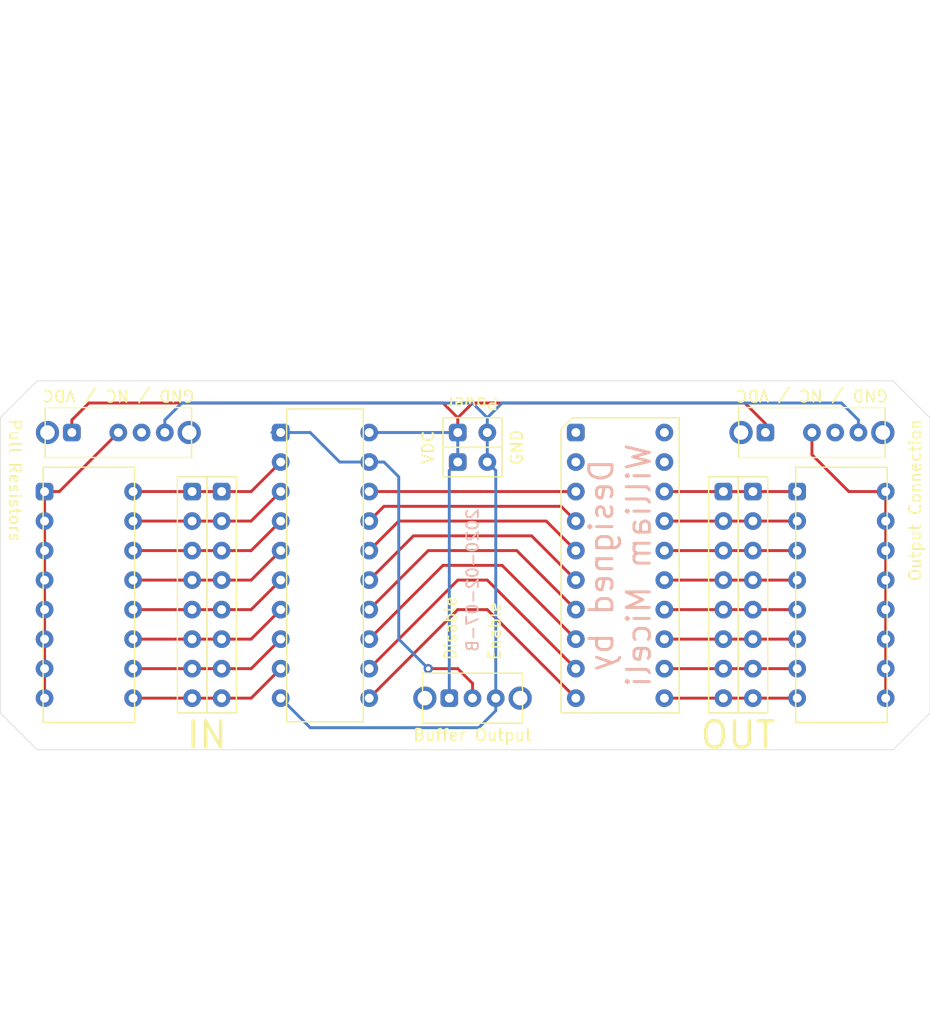
<source format=kicad_pcb>
(kicad_pcb (version 20171130) (host pcbnew "(5.1.5)-3")

  (general
    (thickness 1.6)
    (drawings 26)
    (tracks 152)
    (zones 0)
    (modules 13)
    (nets 36)
  )

  (page A4)
  (layers
    (0 F.Cu signal)
    (31 B.Cu signal)
    (33 F.Adhes user)
    (35 F.Paste user)
    (36 B.SilkS user)
    (37 F.SilkS user)
    (38 B.Mask user)
    (39 F.Mask user)
    (40 Dwgs.User user)
    (41 Cmts.User user)
    (42 Eco1.User user)
    (43 Eco2.User user)
    (44 Edge.Cuts user)
    (45 Margin user)
    (46 B.CrtYd user)
    (47 F.CrtYd user)
    (49 F.Fab user)
  )

  (setup
    (last_trace_width 0.25)
    (trace_clearance 0.2)
    (zone_clearance 0.508)
    (zone_45_only no)
    (trace_min 0.2)
    (via_size 0.8)
    (via_drill 0.4)
    (via_min_size 0.4)
    (via_min_drill 0.3)
    (uvia_size 0.3)
    (uvia_drill 0.1)
    (uvias_allowed no)
    (uvia_min_size 0.2)
    (uvia_min_drill 0.1)
    (edge_width 0.05)
    (segment_width 0.2)
    (pcb_text_width 0.3)
    (pcb_text_size 1.5 1.5)
    (mod_edge_width 0.12)
    (mod_text_size 1 1)
    (mod_text_width 0.15)
    (pad_size 1.524 1.524)
    (pad_drill 0.762)
    (pad_to_mask_clearance 0.051)
    (solder_mask_min_width 0.25)
    (aux_axis_origin 0 0)
    (visible_elements 7FFFFFFF)
    (pcbplotparams
      (layerselection 0x010f8_ffffffff)
      (usegerberextensions false)
      (usegerberattributes false)
      (usegerberadvancedattributes false)
      (creategerberjobfile false)
      (excludeedgelayer true)
      (linewidth 0.100000)
      (plotframeref false)
      (viasonmask false)
      (mode 1)
      (useauxorigin false)
      (hpglpennumber 1)
      (hpglpenspeed 20)
      (hpglpendiameter 15.000000)
      (psnegative false)
      (psa4output false)
      (plotreference true)
      (plotvalue true)
      (plotinvisibletext false)
      (padsonsilk false)
      (subtractmaskfromsilk false)
      (outputformat 1)
      (mirror false)
      (drillshape 0)
      (scaleselection 1)
      (outputdirectory "Gerber & Drill/"))
  )

  (net 0 "")
  (net 1 "Net-(U1-Pad1)")
  (net 2 "Net-(U1-Pad2)")
  (net 3 "Net-(U1-Pad5)")
  (net 4 "Net-(U1-Pad3)")
  (net 5 "Net-(U1-Pad6)")
  (net 6 "Net-(U1-Pad8)")
  (net 7 "Net-(U1-Pad4)")
  (net 8 "Net-(U1-Pad7)")
  (net 9 GND)
  (net 10 "Net-(U4-Pad18)")
  (net 11 "Net-(U4-Pad17)")
  (net 12 "Net-(U4-Pad16)")
  (net 13 "Net-(U4-Pad15)")
  (net 14 "Net-(U4-Pad14)")
  (net 15 "Net-(U4-Pad13)")
  (net 16 "Net-(U4-Pad12)")
  (net 17 "Net-(U4-Pad11)")
  (net 18 VDC)
  (net 19 "Net-(U6-Pad20)")
  (net 20 "Net-(U6-Pad19)")
  (net 21 "Net-(U6-Pad2)")
  (net 22 "Net-(U6-Pad1)")
  (net 23 "Net-(U10-Pad2)")
  (net 24 "Net-(U13-Pad3)")
  (net 25 "Net-(U3-Pad2)")
  (net 26 "Net-(U11-Pad1)")
  (net 27 "Net-(U11-Pad2)")
  (net 28 "Net-(U11-Pad3)")
  (net 29 "Net-(U11-Pad4)")
  (net 30 "Net-(U11-Pad5)")
  (net 31 "Net-(U11-Pad6)")
  (net 32 "Net-(U11-Pad7)")
  (net 33 "Net-(U11-Pad8)")
  (net 34 "Net-(U10-Pad3)")
  (net 35 "Net-(U12-Pad1)")

  (net_class Default "This is the default net class."
    (clearance 0.2)
    (trace_width 0.25)
    (via_dia 0.8)
    (via_drill 0.4)
    (uvia_dia 0.3)
    (uvia_drill 0.1)
    (add_net GND)
    (add_net "Net-(U1-Pad1)")
    (add_net "Net-(U1-Pad2)")
    (add_net "Net-(U1-Pad3)")
    (add_net "Net-(U1-Pad4)")
    (add_net "Net-(U1-Pad5)")
    (add_net "Net-(U1-Pad6)")
    (add_net "Net-(U1-Pad7)")
    (add_net "Net-(U1-Pad8)")
    (add_net "Net-(U10-Pad2)")
    (add_net "Net-(U10-Pad3)")
    (add_net "Net-(U11-Pad1)")
    (add_net "Net-(U11-Pad2)")
    (add_net "Net-(U11-Pad3)")
    (add_net "Net-(U11-Pad4)")
    (add_net "Net-(U11-Pad5)")
    (add_net "Net-(U11-Pad6)")
    (add_net "Net-(U11-Pad7)")
    (add_net "Net-(U11-Pad8)")
    (add_net "Net-(U12-Pad1)")
    (add_net "Net-(U13-Pad3)")
    (add_net "Net-(U3-Pad2)")
    (add_net "Net-(U4-Pad11)")
    (add_net "Net-(U4-Pad12)")
    (add_net "Net-(U4-Pad13)")
    (add_net "Net-(U4-Pad14)")
    (add_net "Net-(U4-Pad15)")
    (add_net "Net-(U4-Pad16)")
    (add_net "Net-(U4-Pad17)")
    (add_net "Net-(U4-Pad18)")
    (add_net "Net-(U6-Pad1)")
    (add_net "Net-(U6-Pad19)")
    (add_net "Net-(U6-Pad2)")
    (add_net "Net-(U6-Pad20)")
    (add_net VDC)
  )

  (module !Master:SS-13D16-VG_C&K (layer F.Cu) (tedit 5E2E44ED) (tstamp 5E3D2B33)
    (at 191.77 52.07)
    (descr "Slide Switch SP3T Through Hole")
    (path /5E3F1BC7)
    (fp_text reference U10 (at 0 2.54) (layer F.SilkS) hide
      (effects (font (size 1 1) (thickness 0.15)))
    )
    (fp_text value SS-13D16-VG_C&K (at 0 -16.51 90) (layer F.Fab)
      (effects (font (size 1 1) (thickness 0.15)))
    )
    (fp_line (start 6.3 -2.15) (end 6.3 2.15) (layer F.SilkS) (width 0.12))
    (fp_line (start -6.3 -2.15) (end -6.3 2.15) (layer F.SilkS) (width 0.12))
    (fp_line (start -6.3 2.15) (end 6.3 2.15) (layer F.SilkS) (width 0.12))
    (fp_line (start -6.3 -2.15) (end 6.3 -2.15) (layer F.SilkS) (width 0.12))
    (pad "" thru_hole circle (at 6.1 0) (size 2 2) (drill 1.25) (layers *.Cu *.Mask))
    (pad "" thru_hole circle (at -6.1 0) (size 2 2) (drill 1.25) (layers *.Cu *.Mask))
    (pad 4 thru_hole circle (at 4 0) (size 1.524 1.524) (drill 0.762) (layers *.Cu *.Mask)
      (net 9 GND))
    (pad 3 thru_hole circle (at 2 0) (size 1.524 1.524) (drill 0.762) (layers *.Cu *.Mask)
      (net 34 "Net-(U10-Pad3)"))
    (pad 2 thru_hole circle (at 0 0) (size 1.524 1.524) (drill 0.762) (layers *.Cu *.Mask)
      (net 23 "Net-(U10-Pad2)"))
    (pad 1 thru_hole roundrect (at -4 0) (size 1.524 1.524) (drill 0.762) (layers *.Cu *.Mask) (roundrect_rratio 0.25)
      (net 18 VDC))
  )

  (module !Master:DC10EWA_Kingbright (layer F.Cu) (tedit 5E2E4F39) (tstamp 5E3D2AFC)
    (at 175.26 63.5 270)
    (descr "LED Circuit Board Indicator Bar - 10 Wide, DIP Red (x 10) Diffused, White 2V 30mA  Through Hole")
    (path /5E2F2235)
    (fp_text reference U6 (at 0 1.27 270) (layer F.SilkS) hide
      (effects (font (size 1 1) (thickness 0.15)))
    )
    (fp_text value DC10EWA_Kingbright (at 0 0 90) (layer F.Fab)
      (effects (font (size 1 1) (thickness 0.15)))
    )
    (fp_line (start -12.7 4.08) (end -11.7 5.08) (layer F.SilkS) (width 0.12))
    (fp_line (start -12.7 4.08) (end -12.7 -5.08) (layer F.SilkS) (width 0.12))
    (fp_line (start 12.7 -5.08) (end -12.7 -5.08) (layer F.SilkS) (width 0.12))
    (fp_line (start 12.7 5.08) (end 12.7 -5.08) (layer F.SilkS) (width 0.12))
    (fp_line (start -11.7 5.08) (end 12.7 5.08) (layer F.SilkS) (width 0.12))
    (pad 20 thru_hole circle (at -11.43 -3.81 270) (size 1.524 1.524) (drill 0.762) (layers *.Cu *.Mask)
      (net 19 "Net-(U6-Pad20)"))
    (pad 19 thru_hole circle (at -8.89 -3.81 270) (size 1.524 1.524) (drill 0.762) (layers *.Cu *.Mask)
      (net 20 "Net-(U6-Pad19)"))
    (pad 18 thru_hole circle (at -6.35 -3.81 270) (size 1.524 1.524) (drill 0.762) (layers *.Cu *.Mask)
      (net 26 "Net-(U11-Pad1)"))
    (pad 17 thru_hole circle (at -3.81 -3.81 270) (size 1.524 1.524) (drill 0.762) (layers *.Cu *.Mask)
      (net 27 "Net-(U11-Pad2)"))
    (pad 16 thru_hole circle (at -1.27 -3.81 270) (size 1.524 1.524) (drill 0.762) (layers *.Cu *.Mask)
      (net 28 "Net-(U11-Pad3)"))
    (pad 15 thru_hole circle (at 1.27 -3.81 270) (size 1.524 1.524) (drill 0.762) (layers *.Cu *.Mask)
      (net 29 "Net-(U11-Pad4)"))
    (pad 14 thru_hole circle (at 3.81 -3.81 270) (size 1.524 1.524) (drill 0.762) (layers *.Cu *.Mask)
      (net 30 "Net-(U11-Pad5)"))
    (pad 13 thru_hole circle (at 6.35 -3.81 270) (size 1.524 1.524) (drill 0.762) (layers *.Cu *.Mask)
      (net 31 "Net-(U11-Pad6)"))
    (pad 12 thru_hole circle (at 8.89 -3.81 270) (size 1.524 1.524) (drill 0.762) (layers *.Cu *.Mask)
      (net 32 "Net-(U11-Pad7)"))
    (pad 11 thru_hole circle (at 11.43 -3.81 270) (size 1.524 1.524) (drill 0.762) (layers *.Cu *.Mask)
      (net 33 "Net-(U11-Pad8)"))
    (pad 10 thru_hole circle (at 11.43 3.81 270) (size 1.524 1.524) (drill 0.762) (layers *.Cu *.Mask)
      (net 17 "Net-(U4-Pad11)"))
    (pad 9 thru_hole circle (at 8.89 3.81 270) (size 1.524 1.524) (drill 0.762) (layers *.Cu *.Mask)
      (net 16 "Net-(U4-Pad12)"))
    (pad 8 thru_hole circle (at 6.35 3.81 270) (size 1.524 1.524) (drill 0.762) (layers *.Cu *.Mask)
      (net 15 "Net-(U4-Pad13)"))
    (pad 7 thru_hole circle (at 3.81 3.81 270) (size 1.524 1.524) (drill 0.762) (layers *.Cu *.Mask)
      (net 14 "Net-(U4-Pad14)"))
    (pad 6 thru_hole circle (at 1.27 3.81 270) (size 1.524 1.524) (drill 0.762) (layers *.Cu *.Mask)
      (net 13 "Net-(U4-Pad15)"))
    (pad 5 thru_hole circle (at -1.27 3.81 270) (size 1.524 1.524) (drill 0.762) (layers *.Cu *.Mask)
      (net 12 "Net-(U4-Pad16)"))
    (pad 4 thru_hole circle (at -3.81 3.81 270) (size 1.524 1.524) (drill 0.762) (layers *.Cu *.Mask)
      (net 11 "Net-(U4-Pad17)"))
    (pad 3 thru_hole circle (at -6.35 3.81 270) (size 1.524 1.524) (drill 0.762) (layers *.Cu *.Mask)
      (net 10 "Net-(U4-Pad18)"))
    (pad 2 thru_hole circle (at -8.89 3.81 270) (size 1.524 1.524) (drill 0.762) (layers *.Cu *.Mask)
      (net 21 "Net-(U6-Pad2)"))
    (pad 1 thru_hole roundrect (at -11.43 3.81 270) (size 1.524 1.524) (drill 0.762) (layers *.Cu *.Mask) (roundrect_rratio 0.25)
      (net 22 "Net-(U6-Pad1)"))
  )

  (module !Master:SS-13D16-VG_C&K (layer F.Cu) (tedit 5E2E44ED) (tstamp 5E3D2B71)
    (at 132.08 52.07)
    (descr "Slide Switch SP3T Through Hole")
    (path /5E307D84)
    (fp_text reference U13 (at 0 2.54) (layer F.SilkS) hide
      (effects (font (size 1 1) (thickness 0.15)))
    )
    (fp_text value SS-13D16-VG_C&K (at 0 -15.24 270) (layer F.Fab)
      (effects (font (size 1 1) (thickness 0.15)))
    )
    (fp_line (start 6.3 -2.15) (end 6.3 2.15) (layer F.SilkS) (width 0.12))
    (fp_line (start -6.3 -2.15) (end -6.3 2.15) (layer F.SilkS) (width 0.12))
    (fp_line (start -6.3 2.15) (end 6.3 2.15) (layer F.SilkS) (width 0.12))
    (fp_line (start -6.3 -2.15) (end 6.3 -2.15) (layer F.SilkS) (width 0.12))
    (pad "" thru_hole circle (at 6.1 0) (size 2 2) (drill 1.25) (layers *.Cu *.Mask))
    (pad "" thru_hole circle (at -6.1 0) (size 2 2) (drill 1.25) (layers *.Cu *.Mask))
    (pad 4 thru_hole circle (at 4 0) (size 1.524 1.524) (drill 0.762) (layers *.Cu *.Mask)
      (net 9 GND))
    (pad 3 thru_hole circle (at 2 0) (size 1.524 1.524) (drill 0.762) (layers *.Cu *.Mask)
      (net 24 "Net-(U13-Pad3)"))
    (pad 2 thru_hole circle (at 0 0) (size 1.524 1.524) (drill 0.762) (layers *.Cu *.Mask)
      (net 35 "Net-(U12-Pad1)"))
    (pad 1 thru_hole roundrect (at -4 0) (size 1.524 1.524) (drill 0.762) (layers *.Cu *.Mask) (roundrect_rratio 0.25)
      (net 18 VDC))
  )

  (module !Master:4116R-1-105LF_Bourns (layer F.Cu) (tedit 5E2E423A) (tstamp 5E3D2B63)
    (at 129.54 66.04)
    (descr "1M Ohm ±2% 250mW Power Per Element Isolated  Resistor Network/Array ±100ppm/°C 16-DIP (0.300\", 7.62mm)")
    (path /5E301913)
    (fp_text reference U12 (at 1.27 0 270) (layer F.SilkS) hide
      (effects (font (size 1 1) (thickness 0.15)))
    )
    (fp_text value 4116R-1-105LF_Bourns (at 0 0 90) (layer F.Fab)
      (effects (font (size 1 1) (thickness 0.15)))
    )
    (fp_line (start 3.935 -10.985) (end 3.935 10.985) (layer F.SilkS) (width 0.12))
    (fp_line (start -3.935 -10.985) (end -3.935 10.985) (layer F.SilkS) (width 0.12))
    (fp_line (start -3.935 10.985) (end 3.935 10.985) (layer F.SilkS) (width 0.12))
    (fp_line (start -3.935 -10.985) (end 3.935 -10.985) (layer F.SilkS) (width 0.12))
    (pad 16 thru_hole circle (at 3.81 -8.89) (size 1.524 1.524) (drill 0.762) (layers *.Cu *.Mask)
      (net 1 "Net-(U1-Pad1)"))
    (pad 15 thru_hole circle (at 3.81 -6.35) (size 1.524 1.524) (drill 0.762) (layers *.Cu *.Mask)
      (net 2 "Net-(U1-Pad2)"))
    (pad 14 thru_hole circle (at 3.81 -3.81) (size 1.524 1.524) (drill 0.762) (layers *.Cu *.Mask)
      (net 4 "Net-(U1-Pad3)"))
    (pad 13 thru_hole circle (at 3.81 -1.27) (size 1.524 1.524) (drill 0.762) (layers *.Cu *.Mask)
      (net 7 "Net-(U1-Pad4)"))
    (pad 12 thru_hole circle (at 3.81 1.27) (size 1.524 1.524) (drill 0.762) (layers *.Cu *.Mask)
      (net 3 "Net-(U1-Pad5)"))
    (pad 11 thru_hole circle (at 3.81 3.81) (size 1.524 1.524) (drill 0.762) (layers *.Cu *.Mask)
      (net 5 "Net-(U1-Pad6)"))
    (pad 10 thru_hole circle (at 3.81 6.35) (size 1.524 1.524) (drill 0.762) (layers *.Cu *.Mask)
      (net 8 "Net-(U1-Pad7)"))
    (pad 9 thru_hole circle (at 3.81 8.89) (size 1.524 1.524) (drill 0.762) (layers *.Cu *.Mask)
      (net 6 "Net-(U1-Pad8)"))
    (pad 8 thru_hole circle (at -3.81 8.89) (size 1.524 1.524) (drill 0.762) (layers *.Cu *.Mask)
      (net 35 "Net-(U12-Pad1)"))
    (pad 7 thru_hole circle (at -3.81 6.35) (size 1.524 1.524) (drill 0.762) (layers *.Cu *.Mask)
      (net 35 "Net-(U12-Pad1)"))
    (pad 6 thru_hole circle (at -3.81 3.81) (size 1.524 1.524) (drill 0.762) (layers *.Cu *.Mask)
      (net 35 "Net-(U12-Pad1)"))
    (pad 5 thru_hole circle (at -3.81 1.27) (size 1.524 1.524) (drill 0.762) (layers *.Cu *.Mask)
      (net 35 "Net-(U12-Pad1)"))
    (pad 4 thru_hole circle (at -3.81 -1.27) (size 1.524 1.524) (drill 0.762) (layers *.Cu *.Mask)
      (net 35 "Net-(U12-Pad1)"))
    (pad 3 thru_hole circle (at -3.81 -3.81) (size 1.524 1.524) (drill 0.762) (layers *.Cu *.Mask)
      (net 35 "Net-(U12-Pad1)"))
    (pad 2 thru_hole circle (at -3.81 -6.35) (size 1.524 1.524) (drill 0.762) (layers *.Cu *.Mask)
      (net 35 "Net-(U12-Pad1)"))
    (pad 1 thru_hole roundrect (at -3.81 -8.89) (size 1.524 1.524) (drill 0.762) (layers *.Cu *.Mask) (roundrect_rratio 0.25)
      (net 35 "Net-(U12-Pad1)"))
  )

  (module !Master:4116R-1-102LF_Bourns (layer F.Cu) (tedit 5E2E4249) (tstamp 5E3D2B4B)
    (at 194.31 66.04)
    (descr "1k Ohm ±2% 250mW Power Per Element Isolated  Resistor Network/Array ±100ppm/°C 16-DIP (0.300\", 7.62mm)")
    (path /5E451612)
    (fp_text reference U11 (at -1.27 0 270) (layer F.SilkS) hide
      (effects (font (size 1 1) (thickness 0.15)))
    )
    (fp_text value 4116R-1-102LF_Bourns (at 0 0 90) (layer F.Fab)
      (effects (font (size 1 1) (thickness 0.15)))
    )
    (fp_line (start 3.935 -10.985) (end 3.935 10.985) (layer F.SilkS) (width 0.12))
    (fp_line (start -3.935 -10.985) (end -3.935 10.985) (layer F.SilkS) (width 0.12))
    (fp_line (start -3.935 10.985) (end 3.935 10.985) (layer F.SilkS) (width 0.12))
    (fp_line (start -3.935 -10.985) (end 3.935 -10.985) (layer F.SilkS) (width 0.12))
    (pad 16 thru_hole circle (at 3.81 -8.89) (size 1.524 1.524) (drill 0.762) (layers *.Cu *.Mask)
      (net 23 "Net-(U10-Pad2)"))
    (pad 15 thru_hole circle (at 3.81 -6.35) (size 1.524 1.524) (drill 0.762) (layers *.Cu *.Mask)
      (net 23 "Net-(U10-Pad2)"))
    (pad 14 thru_hole circle (at 3.81 -3.81) (size 1.524 1.524) (drill 0.762) (layers *.Cu *.Mask)
      (net 23 "Net-(U10-Pad2)"))
    (pad 13 thru_hole circle (at 3.81 -1.27) (size 1.524 1.524) (drill 0.762) (layers *.Cu *.Mask)
      (net 23 "Net-(U10-Pad2)"))
    (pad 12 thru_hole circle (at 3.81 1.27) (size 1.524 1.524) (drill 0.762) (layers *.Cu *.Mask)
      (net 23 "Net-(U10-Pad2)"))
    (pad 11 thru_hole circle (at 3.81 3.81) (size 1.524 1.524) (drill 0.762) (layers *.Cu *.Mask)
      (net 23 "Net-(U10-Pad2)"))
    (pad 10 thru_hole circle (at 3.81 6.35) (size 1.524 1.524) (drill 0.762) (layers *.Cu *.Mask)
      (net 23 "Net-(U10-Pad2)"))
    (pad 9 thru_hole circle (at 3.81 8.89) (size 1.524 1.524) (drill 0.762) (layers *.Cu *.Mask)
      (net 23 "Net-(U10-Pad2)"))
    (pad 8 thru_hole circle (at -3.81 8.89) (size 1.524 1.524) (drill 0.762) (layers *.Cu *.Mask)
      (net 33 "Net-(U11-Pad8)"))
    (pad 7 thru_hole circle (at -3.81 6.35) (size 1.524 1.524) (drill 0.762) (layers *.Cu *.Mask)
      (net 32 "Net-(U11-Pad7)"))
    (pad 6 thru_hole circle (at -3.81 3.81) (size 1.524 1.524) (drill 0.762) (layers *.Cu *.Mask)
      (net 31 "Net-(U11-Pad6)"))
    (pad 5 thru_hole circle (at -3.81 1.27) (size 1.524 1.524) (drill 0.762) (layers *.Cu *.Mask)
      (net 30 "Net-(U11-Pad5)"))
    (pad 4 thru_hole circle (at -3.81 -1.27) (size 1.524 1.524) (drill 0.762) (layers *.Cu *.Mask)
      (net 29 "Net-(U11-Pad4)"))
    (pad 3 thru_hole circle (at -3.81 -3.81) (size 1.524 1.524) (drill 0.762) (layers *.Cu *.Mask)
      (net 28 "Net-(U11-Pad3)"))
    (pad 2 thru_hole circle (at -3.81 -6.35) (size 1.524 1.524) (drill 0.762) (layers *.Cu *.Mask)
      (net 27 "Net-(U11-Pad2)"))
    (pad 1 thru_hole roundrect (at -3.81 -8.89) (size 1.524 1.524) (drill 0.762) (layers *.Cu *.Mask) (roundrect_rratio 0.25)
      (net 26 "Net-(U11-Pad1)"))
  )

  (module *Generic:8-PositionFemale_RectangularHeader (layer F.Cu) (tedit 5E3CD19F) (tstamp 5E3D2B26)
    (at 186.69 66.04)
    (path /5E48AF61)
    (fp_text reference U9 (at 0 -11.43) (layer F.SilkS) hide
      (effects (font (size 1 1) (thickness 0.15)))
    )
    (fp_text value 8-PositionFemale_RectangularHeader (at 0 -36.83 90) (layer F.Fab)
      (effects (font (size 1 1) (thickness 0.15)))
    )
    (fp_line (start -1.27 -10.16) (end -1.27 10.16) (layer F.SilkS) (width 0.12))
    (fp_line (start -1.27 10.16) (end 1.27 10.16) (layer F.SilkS) (width 0.12))
    (fp_line (start 1.27 10.16) (end 1.27 -10.16) (layer F.SilkS) (width 0.12))
    (fp_line (start 1.27 -10.16) (end -1.27 -10.16) (layer F.SilkS) (width 0.12))
    (pad 1 thru_hole roundrect (at 0 -8.89) (size 1.524 1.524) (drill 0.762) (layers *.Cu *.Mask) (roundrect_rratio 0.25)
      (net 26 "Net-(U11-Pad1)"))
    (pad 2 thru_hole circle (at 0 -6.35) (size 1.524 1.524) (drill 0.762) (layers *.Cu *.Mask)
      (net 27 "Net-(U11-Pad2)"))
    (pad 5 thru_hole circle (at 0 1.27) (size 1.524 1.524) (drill 0.762) (layers *.Cu *.Mask)
      (net 30 "Net-(U11-Pad5)"))
    (pad 3 thru_hole circle (at 0 -3.81) (size 1.524 1.524) (drill 0.762) (layers *.Cu *.Mask)
      (net 28 "Net-(U11-Pad3)"))
    (pad 6 thru_hole circle (at 0 3.81) (size 1.524 1.524) (drill 0.762) (layers *.Cu *.Mask)
      (net 31 "Net-(U11-Pad6)"))
    (pad 8 thru_hole circle (at 0 8.89) (size 1.524 1.524) (drill 0.762) (layers *.Cu *.Mask)
      (net 33 "Net-(U11-Pad8)"))
    (pad 4 thru_hole circle (at 0 -1.27) (size 1.524 1.524) (drill 0.762) (layers *.Cu *.Mask)
      (net 29 "Net-(U11-Pad4)"))
    (pad 7 thru_hole circle (at 0 6.35) (size 1.524 1.524) (drill 0.762) (layers *.Cu *.Mask)
      (net 32 "Net-(U11-Pad7)"))
  )

  (module *Generic:8-PositionMale_RectangularHeader (layer F.Cu) (tedit 5E3CD1B3) (tstamp 5E3D2B16)
    (at 184.15 66.04)
    (path /5E48A4A3)
    (fp_text reference U8 (at 0 -11.43) (layer F.SilkS) hide
      (effects (font (size 1 1) (thickness 0.15)))
    )
    (fp_text value 8-PositionMale_RectangularHeader (at 0 -35.56 90) (layer F.Fab)
      (effects (font (size 1 1) (thickness 0.15)))
    )
    (fp_line (start 1.27 -10.16) (end -1.27 -10.16) (layer F.SilkS) (width 0.12))
    (fp_line (start 1.27 10.16) (end 1.27 -10.16) (layer F.SilkS) (width 0.12))
    (fp_line (start -1.27 10.16) (end 1.27 10.16) (layer F.SilkS) (width 0.12))
    (fp_line (start -1.27 -10.16) (end -1.27 10.16) (layer F.SilkS) (width 0.12))
    (pad 8 thru_hole circle (at 0 8.89) (size 1.524 1.524) (drill 0.762) (layers *.Cu *.Mask)
      (net 33 "Net-(U11-Pad8)"))
    (pad 7 thru_hole circle (at 0 6.35) (size 1.524 1.524) (drill 0.762) (layers *.Cu *.Mask)
      (net 32 "Net-(U11-Pad7)"))
    (pad 6 thru_hole circle (at 0 3.81) (size 1.524 1.524) (drill 0.762) (layers *.Cu *.Mask)
      (net 31 "Net-(U11-Pad6)"))
    (pad 5 thru_hole circle (at 0 1.27) (size 1.524 1.524) (drill 0.762) (layers *.Cu *.Mask)
      (net 30 "Net-(U11-Pad5)"))
    (pad 4 thru_hole circle (at 0 -1.27) (size 1.524 1.524) (drill 0.762) (layers *.Cu *.Mask)
      (net 29 "Net-(U11-Pad4)"))
    (pad 3 thru_hole circle (at 0 -3.81) (size 1.524 1.524) (drill 0.762) (layers *.Cu *.Mask)
      (net 28 "Net-(U11-Pad3)"))
    (pad 2 thru_hole circle (at 0 -6.35) (size 1.524 1.524) (drill 0.762) (layers *.Cu *.Mask)
      (net 27 "Net-(U11-Pad2)"))
    (pad 1 thru_hole roundrect (at 0 -8.89) (size 1.524 1.524) (drill 0.762) (layers *.Cu *.Mask) (roundrect_rratio 0.25)
      (net 26 "Net-(U11-Pad1)"))
  )

  (module *Generic:2-PositionFemale_RectangularHeader (layer F.Cu) (tedit 5E3CD170) (tstamp 5E3D2B06)
    (at 162.56 52.07 90)
    (path /5E489277)
    (fp_text reference U7 (at 2.54 0 90) (layer F.SilkS) hide
      (effects (font (size 1 1) (thickness 0.15)))
    )
    (fp_text value 2-PositionFemale_RectangularHeader (at 12.7 0 180) (layer F.Fab)
      (effects (font (size 1 1) (thickness 0.15)))
    )
    (fp_line (start 1.27 -2.54) (end -1.27 -2.54) (layer F.SilkS) (width 0.12))
    (fp_line (start 1.27 2.54) (end 1.27 -2.54) (layer F.SilkS) (width 0.12))
    (fp_line (start -1.27 2.54) (end 1.27 2.54) (layer F.SilkS) (width 0.12))
    (fp_line (start -1.27 -2.54) (end -1.27 2.54) (layer F.SilkS) (width 0.12))
    (pad 2 thru_hole circle (at 0 1.27 90) (size 1.524 1.524) (drill 0.762) (layers *.Cu *.Mask)
      (net 9 GND))
    (pad 1 thru_hole roundrect (at 0 -1.27 90) (size 1.524 1.524) (drill 0.762) (layers *.Cu *.Mask) (roundrect_rratio 0.25)
      (net 18 VDC))
  )

  (module *Generic:2-PositionMale_RectangularHeader (layer F.Cu) (tedit 5E3CD188) (tstamp 5E3D2ADF)
    (at 162.56 54.61 90)
    (path /5E507D51)
    (fp_text reference U5 (at -2.54 0 90) (layer F.SilkS) hide
      (effects (font (size 1 1) (thickness 0.15)))
    )
    (fp_text value 2-PositionMale_RectangularHeader (at 12.7 0) (layer F.Fab)
      (effects (font (size 1 1) (thickness 0.15)))
    )
    (fp_line (start 1.27 -2.54) (end -1.27 -2.54) (layer F.SilkS) (width 0.12))
    (fp_line (start 1.27 2.54) (end 1.27 -2.54) (layer F.SilkS) (width 0.12))
    (fp_line (start -1.27 2.54) (end 1.27 2.54) (layer F.SilkS) (width 0.12))
    (fp_line (start -1.27 -2.54) (end -1.27 2.54) (layer F.SilkS) (width 0.12))
    (pad 2 thru_hole circle (at 0 1.27 90) (size 1.524 1.524) (drill 0.762) (layers *.Cu *.Mask)
      (net 9 GND))
    (pad 1 thru_hole roundrect (at 0 -1.27 90) (size 1.524 1.524) (drill 0.762) (layers *.Cu *.Mask) (roundrect_rratio 0.25)
      (net 18 VDC))
  )

  (module !Master:SN74HCT541N_TexasInstruments (layer F.Cu) (tedit 5E2E4F2E) (tstamp 5E3D2AD5)
    (at 149.86 63.5)
    (descr "Buffer, Inverting 1 Element 8 Bit per Element 3-State Output 20-PDIP")
    (path /5E2EEA39)
    (fp_text reference U4 (at -1.27 0 90) (layer F.SilkS) hide
      (effects (font (size 1 1) (thickness 0.15)))
    )
    (fp_text value SN74HCT541N_TexasInstruments (at 0 0 90) (layer F.Fab)
      (effects (font (size 1 1) (thickness 0.15)))
    )
    (fp_line (start -3.3 -13.46) (end 3.3 -13.46) (layer F.SilkS) (width 0.12))
    (fp_line (start 3.3 13.46) (end 3.3 -13.46) (layer F.SilkS) (width 0.12))
    (fp_line (start -3.3 13.46) (end 3.3 13.46) (layer F.SilkS) (width 0.12))
    (fp_line (start -3.3 13.46) (end -3.3 -13.46) (layer F.SilkS) (width 0.12))
    (pad 20 thru_hole circle (at 3.81 -11.43) (size 1.524 1.524) (drill 0.762) (layers *.Cu *.Mask)
      (net 18 VDC))
    (pad 19 thru_hole circle (at 3.81 -8.89) (size 1.524 1.524) (drill 0.762) (layers *.Cu *.Mask)
      (net 25 "Net-(U3-Pad2)"))
    (pad 18 thru_hole circle (at 3.81 -6.35) (size 1.524 1.524) (drill 0.762) (layers *.Cu *.Mask)
      (net 10 "Net-(U4-Pad18)"))
    (pad 17 thru_hole circle (at 3.81 -3.81) (size 1.524 1.524) (drill 0.762) (layers *.Cu *.Mask)
      (net 11 "Net-(U4-Pad17)"))
    (pad 9 thru_hole circle (at -3.81 8.89) (size 1.524 1.524) (drill 0.762) (layers *.Cu *.Mask)
      (net 6 "Net-(U1-Pad8)"))
    (pad 10 thru_hole circle (at -3.81 11.43) (size 1.524 1.524) (drill 0.762) (layers *.Cu *.Mask)
      (net 9 GND))
    (pad 11 thru_hole circle (at 3.81 11.43) (size 1.524 1.524) (drill 0.762) (layers *.Cu *.Mask)
      (net 17 "Net-(U4-Pad11)"))
    (pad 12 thru_hole circle (at 3.81 8.89) (size 1.524 1.524) (drill 0.762) (layers *.Cu *.Mask)
      (net 16 "Net-(U4-Pad12)"))
    (pad 13 thru_hole circle (at 3.81 6.35) (size 1.524 1.524) (drill 0.762) (layers *.Cu *.Mask)
      (net 15 "Net-(U4-Pad13)"))
    (pad 14 thru_hole circle (at 3.81 3.81) (size 1.524 1.524) (drill 0.762) (layers *.Cu *.Mask)
      (net 14 "Net-(U4-Pad14)"))
    (pad 15 thru_hole circle (at 3.81 1.27) (size 1.524 1.524) (drill 0.762) (layers *.Cu *.Mask)
      (net 13 "Net-(U4-Pad15)"))
    (pad 16 thru_hole circle (at 3.81 -1.27) (size 1.524 1.524) (drill 0.762) (layers *.Cu *.Mask)
      (net 12 "Net-(U4-Pad16)"))
    (pad 1 thru_hole roundrect (at -3.81 -11.43) (size 1.524 1.524) (drill 0.762) (layers *.Cu *.Mask) (roundrect_rratio 0.25)
      (net 25 "Net-(U3-Pad2)"))
    (pad 2 thru_hole circle (at -3.81 -8.89) (size 1.524 1.524) (drill 0.762) (layers *.Cu *.Mask)
      (net 1 "Net-(U1-Pad1)"))
    (pad 3 thru_hole circle (at -3.81 -6.35) (size 1.524 1.524) (drill 0.762) (layers *.Cu *.Mask)
      (net 2 "Net-(U1-Pad2)"))
    (pad 4 thru_hole circle (at -3.81 -3.81) (size 1.524 1.524) (drill 0.762) (layers *.Cu *.Mask)
      (net 4 "Net-(U1-Pad3)"))
    (pad 5 thru_hole circle (at -3.81 -1.27) (size 1.524 1.524) (drill 0.762) (layers *.Cu *.Mask)
      (net 7 "Net-(U1-Pad4)"))
    (pad 6 thru_hole circle (at -3.81 1.27) (size 1.524 1.524) (drill 0.762) (layers *.Cu *.Mask)
      (net 3 "Net-(U1-Pad5)"))
    (pad 7 thru_hole circle (at -3.81 3.81) (size 1.524 1.524) (drill 0.762) (layers *.Cu *.Mask)
      (net 5 "Net-(U1-Pad6)"))
    (pad 8 thru_hole circle (at -3.81 6.35) (size 1.524 1.524) (drill 0.762) (layers *.Cu *.Mask)
      (net 8 "Net-(U1-Pad7)"))
  )

  (module !Master:OS102011MS2QN1_C&K (layer F.Cu) (tedit 5E2E46C6) (tstamp 5E3D2AB9)
    (at 162.56 74.93)
    (descr "Slide Switch SPDT Through Hole")
    (path /5E2ED8DF)
    (fp_text reference U3 (at 0 -3 180) (layer F.SilkS) hide
      (effects (font (size 1 1) (thickness 0.15)))
    )
    (fp_text value OS102011MS2QN1_C&K (at 0 19.05 90) (layer F.Fab)
      (effects (font (size 1 1) (thickness 0.15)))
    )
    (fp_line (start -4.3 2.15) (end -4.3 -2.15) (layer F.SilkS) (width 0.12))
    (fp_line (start -4.3 2.15) (end 4.3 2.15) (layer F.SilkS) (width 0.12))
    (fp_line (start 4.3 -2.15) (end 4.3 2.15) (layer F.SilkS) (width 0.12))
    (fp_line (start -4.3 -2.15) (end 4.3 -2.15) (layer F.SilkS) (width 0.12))
    (pad 3 thru_hole circle (at 2 0) (size 1.524 1.524) (drill 0.762) (layers *.Cu *.Mask)
      (net 9 GND))
    (pad "" thru_hole circle (at -4.1 0) (size 2 2) (drill 1.25) (layers *.Cu *.Mask))
    (pad "" thru_hole circle (at 4.1 0) (size 2 2) (drill 1.25) (layers *.Cu *.Mask))
    (pad 1 thru_hole roundrect (at -2 0) (size 1.524 1.524) (drill 0.762) (layers *.Cu *.Mask) (roundrect_rratio 0.25)
      (net 18 VDC))
    (pad 2 thru_hole circle (at 0 0) (size 1.524 1.524) (drill 0.762) (layers *.Cu *.Mask)
      (net 25 "Net-(U3-Pad2)"))
  )

  (module *Generic:8-PositionMale_RectangularHeader (layer F.Cu) (tedit 5E3CD1B3) (tstamp 5E3D2AAC)
    (at 140.97 66.04)
    (path /5E48BF0A)
    (fp_text reference U2 (at 0 -11.43) (layer F.SilkS) hide
      (effects (font (size 1 1) (thickness 0.15)))
    )
    (fp_text value 8-PositionMale_RectangularHeader (at 0 -34.29 90) (layer F.Fab)
      (effects (font (size 1 1) (thickness 0.15)))
    )
    (fp_line (start 1.27 -10.16) (end -1.27 -10.16) (layer F.SilkS) (width 0.12))
    (fp_line (start 1.27 10.16) (end 1.27 -10.16) (layer F.SilkS) (width 0.12))
    (fp_line (start -1.27 10.16) (end 1.27 10.16) (layer F.SilkS) (width 0.12))
    (fp_line (start -1.27 -10.16) (end -1.27 10.16) (layer F.SilkS) (width 0.12))
    (pad 8 thru_hole circle (at 0 8.89) (size 1.524 1.524) (drill 0.762) (layers *.Cu *.Mask)
      (net 6 "Net-(U1-Pad8)"))
    (pad 7 thru_hole circle (at 0 6.35) (size 1.524 1.524) (drill 0.762) (layers *.Cu *.Mask)
      (net 8 "Net-(U1-Pad7)"))
    (pad 6 thru_hole circle (at 0 3.81) (size 1.524 1.524) (drill 0.762) (layers *.Cu *.Mask)
      (net 5 "Net-(U1-Pad6)"))
    (pad 5 thru_hole circle (at 0 1.27) (size 1.524 1.524) (drill 0.762) (layers *.Cu *.Mask)
      (net 3 "Net-(U1-Pad5)"))
    (pad 4 thru_hole circle (at 0 -1.27) (size 1.524 1.524) (drill 0.762) (layers *.Cu *.Mask)
      (net 7 "Net-(U1-Pad4)"))
    (pad 3 thru_hole circle (at 0 -3.81) (size 1.524 1.524) (drill 0.762) (layers *.Cu *.Mask)
      (net 4 "Net-(U1-Pad3)"))
    (pad 2 thru_hole circle (at 0 -6.35) (size 1.524 1.524) (drill 0.762) (layers *.Cu *.Mask)
      (net 2 "Net-(U1-Pad2)"))
    (pad 1 thru_hole roundrect (at 0 -8.89) (size 1.524 1.524) (drill 0.762) (layers *.Cu *.Mask) (roundrect_rratio 0.25)
      (net 1 "Net-(U1-Pad1)"))
  )

  (module *Generic:8-PositionFemale_RectangularHeader (layer F.Cu) (tedit 5E3CD19F) (tstamp 5E3D2A9C)
    (at 138.43 66.04)
    (path /5E48C4EE)
    (fp_text reference U1 (at 0 -11.43) (layer F.SilkS) hide
      (effects (font (size 1 1) (thickness 0.15)))
    )
    (fp_text value 8-PositionFemale_RectangularHeader (at 0 -35.56 90) (layer F.Fab)
      (effects (font (size 1 1) (thickness 0.15)))
    )
    (fp_line (start -1.27 -10.16) (end -1.27 10.16) (layer F.SilkS) (width 0.12))
    (fp_line (start -1.27 10.16) (end 1.27 10.16) (layer F.SilkS) (width 0.12))
    (fp_line (start 1.27 10.16) (end 1.27 -10.16) (layer F.SilkS) (width 0.12))
    (fp_line (start 1.27 -10.16) (end -1.27 -10.16) (layer F.SilkS) (width 0.12))
    (pad 1 thru_hole roundrect (at 0 -8.89) (size 1.524 1.524) (drill 0.762) (layers *.Cu *.Mask) (roundrect_rratio 0.25)
      (net 1 "Net-(U1-Pad1)"))
    (pad 2 thru_hole circle (at 0 -6.35) (size 1.524 1.524) (drill 0.762) (layers *.Cu *.Mask)
      (net 2 "Net-(U1-Pad2)"))
    (pad 5 thru_hole circle (at 0 1.27) (size 1.524 1.524) (drill 0.762) (layers *.Cu *.Mask)
      (net 3 "Net-(U1-Pad5)"))
    (pad 3 thru_hole circle (at 0 -3.81) (size 1.524 1.524) (drill 0.762) (layers *.Cu *.Mask)
      (net 4 "Net-(U1-Pad3)"))
    (pad 6 thru_hole circle (at 0 3.81) (size 1.524 1.524) (drill 0.762) (layers *.Cu *.Mask)
      (net 5 "Net-(U1-Pad6)"))
    (pad 8 thru_hole circle (at 0 8.89) (size 1.524 1.524) (drill 0.762) (layers *.Cu *.Mask)
      (net 6 "Net-(U1-Pad8)"))
    (pad 4 thru_hole circle (at 0 -1.27) (size 1.524 1.524) (drill 0.762) (layers *.Cu *.Mask)
      (net 7 "Net-(U1-Pad4)"))
    (pad 7 thru_hole circle (at 0 6.35) (size 1.524 1.524) (drill 0.762) (layers *.Cu *.Mask)
      (net 8 "Net-(U1-Pad7)"))
  )

  (gr_text OUT (at 185.42 78.105) (layer F.SilkS) (tstamp 5E448147)
    (effects (font (size 2.25 2.25) (thickness 0.3)))
  )
  (gr_text IN (at 139.7 78.105) (layer F.SilkS)
    (effects (font (size 2.25 2.25) (thickness 0.3)))
  )
  (gr_line (start 198.755 47.625) (end 201.93 50.8) (layer Edge.Cuts) (width 0.05))
  (gr_line (start 201.93 76.2) (end 198.755 79.375) (layer Edge.Cuts) (width 0.05))
  (gr_line (start 125.095 79.375) (end 121.92 76.2) (layer Edge.Cuts) (width 0.05))
  (gr_line (start 125.095 47.625) (end 121.92 50.8) (layer Edge.Cuts) (width 0.05))
  (gr_line (start 121.92 76.2) (end 121.92 50.8) (layer Edge.Cuts) (width 0.05))
  (gr_line (start 136.525 79.375) (end 125.095 79.375) (layer Edge.Cuts) (width 0.05))
  (gr_line (start 152.4 79.375) (end 136.525 79.375) (layer Edge.Cuts) (width 0.05))
  (gr_line (start 168.91 79.375) (end 152.4 79.375) (layer Edge.Cuts) (width 0.05))
  (gr_line (start 198.755 79.375) (end 168.91 79.375) (layer Edge.Cuts) (width 0.05))
  (gr_line (start 201.93 64.77) (end 201.93 76.2) (layer Edge.Cuts) (width 0.05))
  (gr_line (start 201.93 50.8) (end 201.93 64.77) (layer Edge.Cuts) (width 0.05))
  (gr_line (start 125.095 47.625) (end 198.755 47.625) (layer Edge.Cuts) (width 0.05))
  (gr_text "GND / NC / VDC" (at 132.08 48.895 180) (layer F.SilkS) (tstamp 5E3D1A9B)
    (effects (font (size 1 1) (thickness 0.15)))
  )
  (gr_text "GND / NC / VDC" (at 191.77 48.895 180) (layer F.SilkS) (tstamp 5E3D1A96)
    (effects (font (size 1 1) (thickness 0.15)))
  )
  (gr_text 2020-02-07-B (at 162.56 64.77 90) (layer B.SilkS)
    (effects (font (size 1 1) (thickness 0.15)) (justify mirror))
  )
  (gr_text "Designed by\nWilliam Miceli" (at 175.26 63.5 90) (layer B.SilkS)
    (effects (font (size 2 2) (thickness 0.25)) (justify mirror))
  )
  (gr_text Power (at 162.56 49.53 180) (layer F.SilkS) (tstamp 5E3D5437)
    (effects (font (size 1 1) (thickness 0.15)))
  )
  (gr_text "Pull Resistors" (at 123.19 50.8 270) (layer F.SilkS) (tstamp 5E3D542F)
    (effects (font (size 1 1) (thickness 0.15)) (justify left))
  )
  (gr_text "Output Connection" (at 200.66 50.8 90) (layer F.SilkS) (tstamp 5E3D542B)
    (effects (font (size 1 1) (thickness 0.15)) (justify right))
  )
  (gr_text "Buffer Output" (at 162.56 78.105) (layer F.SilkS) (tstamp 5E3D53F0)
    (effects (font (size 1 1) (thickness 0.15)))
  )
  (gr_text Enable (at 164.465 71.755 90) (layer F.SilkS) (tstamp 5E3D53E1)
    (effects (font (size 1 1) (thickness 0.15)) (justify left))
  )
  (gr_text Disable (at 160.655 71.755 90) (layer F.SilkS) (tstamp 5E3D53DA)
    (effects (font (size 1 1) (thickness 0.15)) (justify left))
  )
  (gr_text GND (at 166.37 53.34 90) (layer F.SilkS) (tstamp 5E3D53D4)
    (effects (font (size 1 1) (thickness 0.15)))
  )
  (gr_text VDC (at 158.75 53.34 90) (layer F.SilkS) (tstamp 5E3D53CF)
    (effects (font (size 1 1) (thickness 0.15)))
  )

  (segment (start 140.97 57.15) (end 138.43 57.15) (width 0.25) (layer F.Cu) (net 1))
  (segment (start 143.51 57.15) (end 146.05 54.61) (width 0.25) (layer F.Cu) (net 1))
  (segment (start 140.97 57.15) (end 143.51 57.15) (width 0.25) (layer F.Cu) (net 1))
  (segment (start 133.35 57.15) (end 138.43 57.15) (width 0.25) (layer F.Cu) (net 1))
  (segment (start 138.43 59.69) (end 140.97 59.69) (width 0.25) (layer F.Cu) (net 2))
  (segment (start 143.51 59.69) (end 146.05 57.15) (width 0.25) (layer F.Cu) (net 2))
  (segment (start 140.97 59.69) (end 143.51 59.69) (width 0.25) (layer F.Cu) (net 2))
  (segment (start 138.43 59.69) (end 133.35 59.69) (width 0.25) (layer F.Cu) (net 2))
  (segment (start 140.97 67.31) (end 138.43 67.31) (width 0.25) (layer F.Cu) (net 3))
  (segment (start 143.51 67.31) (end 146.05 64.77) (width 0.25) (layer F.Cu) (net 3))
  (segment (start 140.97 67.31) (end 143.51 67.31) (width 0.25) (layer F.Cu) (net 3))
  (segment (start 133.35 67.31) (end 138.43 67.31) (width 0.25) (layer F.Cu) (net 3))
  (segment (start 140.97 62.23) (end 138.43 62.23) (width 0.25) (layer F.Cu) (net 4))
  (segment (start 143.51 62.23) (end 146.05 59.69) (width 0.25) (layer F.Cu) (net 4))
  (segment (start 140.97 62.23) (end 143.51 62.23) (width 0.25) (layer F.Cu) (net 4))
  (segment (start 133.35 62.23) (end 138.43 62.23) (width 0.25) (layer F.Cu) (net 4))
  (segment (start 138.43 69.85) (end 140.97 69.85) (width 0.25) (layer F.Cu) (net 5))
  (segment (start 143.51 69.85) (end 146.05 67.31) (width 0.25) (layer F.Cu) (net 5))
  (segment (start 140.97 69.85) (end 143.51 69.85) (width 0.25) (layer F.Cu) (net 5))
  (segment (start 138.43 69.85) (end 133.35 69.85) (width 0.25) (layer F.Cu) (net 5))
  (segment (start 138.43 74.93) (end 140.97 74.93) (width 0.25) (layer F.Cu) (net 6))
  (segment (start 143.51 74.93) (end 146.05 72.39) (width 0.25) (layer F.Cu) (net 6))
  (segment (start 140.97 74.93) (end 143.51 74.93) (width 0.25) (layer F.Cu) (net 6))
  (segment (start 138.43 74.93) (end 133.35 74.93) (width 0.25) (layer F.Cu) (net 6))
  (segment (start 138.43 64.77) (end 140.97 64.77) (width 0.25) (layer F.Cu) (net 7))
  (segment (start 143.51 64.77) (end 146.05 62.23) (width 0.25) (layer F.Cu) (net 7))
  (segment (start 140.97 64.77) (end 143.51 64.77) (width 0.25) (layer F.Cu) (net 7))
  (segment (start 137.35237 64.77) (end 133.35 64.77) (width 0.25) (layer F.Cu) (net 7))
  (segment (start 138.43 64.77) (end 137.35237 64.77) (width 0.25) (layer F.Cu) (net 7))
  (segment (start 140.97 72.39) (end 138.43 72.39) (width 0.25) (layer F.Cu) (net 8))
  (segment (start 143.51 72.39) (end 146.05 69.85) (width 0.25) (layer F.Cu) (net 8))
  (segment (start 140.97 72.39) (end 143.51 72.39) (width 0.25) (layer F.Cu) (net 8))
  (segment (start 133.35 72.39) (end 138.43 72.39) (width 0.25) (layer F.Cu) (net 8))
  (segment (start 163.09763 77.47) (end 148.59 77.47) (width 0.25) (layer B.Cu) (net 9))
  (segment (start 164.56 74.93) (end 164.56 76.00763) (width 0.25) (layer B.Cu) (net 9))
  (segment (start 148.59 77.47) (end 146.05 74.93) (width 0.25) (layer B.Cu) (net 9))
  (segment (start 164.56 76.00763) (end 163.09763 77.47) (width 0.25) (layer B.Cu) (net 9))
  (segment (start 164.56 55.34) (end 163.83 54.61) (width 0.25) (layer B.Cu) (net 9))
  (segment (start 164.56 74.93) (end 164.56 55.34) (width 0.25) (layer B.Cu) (net 9))
  (segment (start 163.83 52.07) (end 163.83 54.61) (width 0.25) (layer B.Cu) (net 9))
  (segment (start 195.77 50.99) (end 195.77 52.07) (width 0.25) (layer B.Cu) (net 9))
  (segment (start 194.31 49.53) (end 195.77 50.99) (width 0.25) (layer B.Cu) (net 9))
  (segment (start 166.37 49.53) (end 194.31 49.53) (width 0.25) (layer B.Cu) (net 9))
  (segment (start 163.83 52.07) (end 163.83 50.8) (width 0.25) (layer B.Cu) (net 9))
  (segment (start 163.83 50.8) (end 162.56 49.53) (width 0.25) (layer B.Cu) (net 9))
  (segment (start 162.56 49.53) (end 140.335 49.53) (width 0.25) (layer B.Cu) (net 9))
  (segment (start 140.335 49.53) (end 138.62 49.53) (width 0.25) (layer B.Cu) (net 9))
  (segment (start 138.62 49.53) (end 137.795 49.53) (width 0.25) (layer B.Cu) (net 9))
  (segment (start 136.08 52.07) (end 136.08 50.99) (width 0.25) (layer B.Cu) (net 9))
  (segment (start 137.54 49.53) (end 137.795 49.53) (width 0.25) (layer B.Cu) (net 9))
  (segment (start 136.08 50.99) (end 137.54 49.53) (width 0.25) (layer B.Cu) (net 9))
  (segment (start 163.83 50.8) (end 165.1 49.53) (width 0.25) (layer B.Cu) (net 9))
  (segment (start 165.1 49.53) (end 166.37 49.53) (width 0.25) (layer B.Cu) (net 9))
  (segment (start 171.45 57.15) (end 153.67 57.15) (width 0.25) (layer F.Cu) (net 10))
  (segment (start 171.45 59.69) (end 170.18 58.42) (width 0.25) (layer F.Cu) (net 11))
  (segment (start 170.18 58.42) (end 154.94 58.42) (width 0.25) (layer F.Cu) (net 11))
  (segment (start 154.94 58.42) (end 153.67 59.69) (width 0.25) (layer F.Cu) (net 11))
  (segment (start 171.45 62.23) (end 168.91 59.69) (width 0.25) (layer F.Cu) (net 12))
  (segment (start 168.91 59.69) (end 156.21 59.69) (width 0.25) (layer F.Cu) (net 12))
  (segment (start 156.21 59.69) (end 153.67 62.23) (width 0.25) (layer F.Cu) (net 12))
  (segment (start 171.45 64.77) (end 167.64 60.96) (width 0.25) (layer F.Cu) (net 13))
  (segment (start 167.64 60.96) (end 157.48 60.96) (width 0.25) (layer F.Cu) (net 13))
  (segment (start 157.48 60.96) (end 153.67 64.77) (width 0.25) (layer F.Cu) (net 13))
  (segment (start 171.45 67.31) (end 166.37 62.23) (width 0.25) (layer F.Cu) (net 14))
  (segment (start 166.37 62.23) (end 158.75 62.23) (width 0.25) (layer F.Cu) (net 14))
  (segment (start 158.75 62.23) (end 153.67 67.31) (width 0.25) (layer F.Cu) (net 14))
  (segment (start 171.45 69.85) (end 165.1 63.5) (width 0.25) (layer F.Cu) (net 15))
  (segment (start 165.1 63.5) (end 160.02 63.5) (width 0.25) (layer F.Cu) (net 15))
  (segment (start 160.02 63.5) (end 153.67 69.85) (width 0.25) (layer F.Cu) (net 15))
  (segment (start 171.45 72.39) (end 163.83 64.77) (width 0.25) (layer F.Cu) (net 16))
  (segment (start 163.83 64.77) (end 161.29 64.77) (width 0.25) (layer F.Cu) (net 16))
  (segment (start 161.29 64.77) (end 153.67 72.39) (width 0.25) (layer F.Cu) (net 16))
  (segment (start 161.29 67.31) (end 163.83 67.31) (width 0.25) (layer F.Cu) (net 17))
  (segment (start 161.29 67.31) (end 153.67 74.93) (width 0.25) (layer F.Cu) (net 17))
  (segment (start 163.83 67.31) (end 171.45 74.93) (width 0.25) (layer F.Cu) (net 17))
  (segment (start 160.56 55.34) (end 161.29 54.61) (width 0.25) (layer B.Cu) (net 18))
  (segment (start 160.56 74.93) (end 160.56 55.34) (width 0.25) (layer B.Cu) (net 18))
  (segment (start 161.29 52.07) (end 161.29 54.61) (width 0.25) (layer B.Cu) (net 18))
  (segment (start 161.29 52.07) (end 153.67 52.07) (width 0.25) (layer B.Cu) (net 18))
  (segment (start 161.29 52.07) (end 161.29 50.8) (width 0.25) (layer F.Cu) (net 18))
  (segment (start 128.08 50.99) (end 128.08 52.07) (width 0.25) (layer F.Cu) (net 18))
  (segment (start 129.54 49.53) (end 128.08 50.99) (width 0.25) (layer F.Cu) (net 18))
  (segment (start 161.29 50.8) (end 160.02 49.53) (width 0.25) (layer F.Cu) (net 18))
  (segment (start 160.02 49.53) (end 129.54 49.53) (width 0.25) (layer F.Cu) (net 18))
  (segment (start 187.77 51.308) (end 187.77 52.07) (width 0.25) (layer F.Cu) (net 18))
  (segment (start 185.992 49.53) (end 187.77 51.308) (width 0.25) (layer F.Cu) (net 18))
  (segment (start 162.56 49.53) (end 185.992 49.53) (width 0.25) (layer F.Cu) (net 18))
  (segment (start 161.29 50.8) (end 162.56 49.53) (width 0.25) (layer F.Cu) (net 18))
  (segment (start 191.77 52.07) (end 191.77 53.975) (width 0.25) (layer F.Cu) (net 23))
  (segment (start 194.945 57.15) (end 198.12 57.15) (width 0.25) (layer F.Cu) (net 23))
  (segment (start 191.77 53.975) (end 194.945 57.15) (width 0.25) (layer F.Cu) (net 23))
  (segment (start 198.12 57.15) (end 198.12 59.69) (width 0.25) (layer F.Cu) (net 23))
  (segment (start 198.12 59.69) (end 198.12 62.23) (width 0.25) (layer F.Cu) (net 23))
  (segment (start 198.12 64.77) (end 198.12 62.23) (width 0.25) (layer F.Cu) (net 23))
  (segment (start 198.12 67.31) (end 198.12 64.77) (width 0.25) (layer F.Cu) (net 23))
  (segment (start 198.12 68.77237) (end 198.12 67.31) (width 0.25) (layer F.Cu) (net 23))
  (segment (start 198.12 69.85) (end 198.12 68.77237) (width 0.25) (layer F.Cu) (net 23))
  (segment (start 198.12 72.39) (end 198.12 69.85) (width 0.25) (layer F.Cu) (net 23))
  (segment (start 198.12 74.93) (end 198.12 72.39) (width 0.25) (layer F.Cu) (net 23))
  (segment (start 145.288 52.07) (end 146.05 52.07) (width 0.25) (layer B.Cu) (net 25))
  (segment (start 146.05 52.07) (end 148.59 52.07) (width 0.25) (layer B.Cu) (net 25))
  (segment (start 151.13 54.61) (end 153.67 54.61) (width 0.25) (layer B.Cu) (net 25))
  (segment (start 148.59 52.07) (end 151.13 54.61) (width 0.25) (layer B.Cu) (net 25))
  (segment (start 153.67 54.61) (end 154.94 54.61) (width 0.25) (layer B.Cu) (net 25))
  (segment (start 154.94 54.61) (end 156.21 55.88) (width 0.25) (layer B.Cu) (net 25))
  (segment (start 162.56 73.66) (end 162.56 74.93) (width 0.25) (layer F.Cu) (net 25))
  (segment (start 161.29 72.39) (end 162.56 73.66) (width 0.25) (layer F.Cu) (net 25))
  (segment (start 158.75 72.39) (end 161.29 72.39) (width 0.25) (layer F.Cu) (net 25))
  (segment (start 156.21 69.85) (end 158.75 72.39) (width 0.25) (layer B.Cu) (net 25))
  (segment (start 156.21 55.88) (end 156.21 69.85) (width 0.25) (layer B.Cu) (net 25))
  (segment (start 158.75 72.39) (end 158.75 72.39) (width 0.25) (layer B.Cu) (net 25) (tstamp 5E3D550D))
  (via (at 158.75 72.39) (size 0.8) (drill 0.4) (layers F.Cu B.Cu) (net 25))
  (segment (start 184.15 57.15) (end 186.69 57.15) (width 0.25) (layer F.Cu) (net 26))
  (segment (start 179.07 57.15) (end 184.15 57.15) (width 0.25) (layer F.Cu) (net 26))
  (segment (start 189.738 57.15) (end 186.69 57.15) (width 0.25) (layer F.Cu) (net 26))
  (segment (start 190.5 57.15) (end 189.738 57.15) (width 0.25) (layer F.Cu) (net 26))
  (segment (start 184.15 59.69) (end 186.69 59.69) (width 0.25) (layer F.Cu) (net 27))
  (segment (start 184.15 59.69) (end 179.07 59.69) (width 0.25) (layer F.Cu) (net 27))
  (segment (start 186.69 59.69) (end 190.5 59.69) (width 0.25) (layer F.Cu) (net 27))
  (segment (start 184.15 62.23) (end 186.69 62.23) (width 0.25) (layer F.Cu) (net 28))
  (segment (start 179.07 62.23) (end 184.15 62.23) (width 0.25) (layer F.Cu) (net 28))
  (segment (start 190.5 62.23) (end 186.69 62.23) (width 0.25) (layer F.Cu) (net 28))
  (segment (start 184.15 64.77) (end 186.69 64.77) (width 0.25) (layer F.Cu) (net 29))
  (segment (start 183.07237 64.77) (end 179.07 64.77) (width 0.25) (layer F.Cu) (net 29))
  (segment (start 184.15 64.77) (end 183.07237 64.77) (width 0.25) (layer F.Cu) (net 29))
  (segment (start 187.76763 64.77) (end 190.5 64.77) (width 0.25) (layer F.Cu) (net 29))
  (segment (start 186.69 64.77) (end 187.76763 64.77) (width 0.25) (layer F.Cu) (net 29))
  (segment (start 184.15 67.31) (end 186.69 67.31) (width 0.25) (layer F.Cu) (net 30))
  (segment (start 179.07 67.31) (end 184.15 67.31) (width 0.25) (layer F.Cu) (net 30))
  (segment (start 189.42237 67.31) (end 186.69 67.31) (width 0.25) (layer F.Cu) (net 30))
  (segment (start 190.5 67.31) (end 189.42237 67.31) (width 0.25) (layer F.Cu) (net 30))
  (segment (start 184.15 69.85) (end 186.69 69.85) (width 0.25) (layer F.Cu) (net 31))
  (segment (start 184.15 69.85) (end 179.07 69.85) (width 0.25) (layer F.Cu) (net 31))
  (segment (start 186.69 69.85) (end 190.5 69.85) (width 0.25) (layer F.Cu) (net 31))
  (segment (start 184.15 72.39) (end 186.69 72.39) (width 0.25) (layer F.Cu) (net 32))
  (segment (start 179.07 72.39) (end 184.15 72.39) (width 0.25) (layer F.Cu) (net 32))
  (segment (start 189.42237 72.39) (end 186.69 72.39) (width 0.25) (layer F.Cu) (net 32))
  (segment (start 190.5 72.39) (end 189.42237 72.39) (width 0.25) (layer F.Cu) (net 32))
  (segment (start 184.15 74.93) (end 186.69 74.93) (width 0.25) (layer F.Cu) (net 33))
  (segment (start 184.15 74.93) (end 179.07 74.93) (width 0.25) (layer F.Cu) (net 33))
  (segment (start 187.76763 74.93) (end 190.5 74.93) (width 0.25) (layer F.Cu) (net 33))
  (segment (start 186.69 74.93) (end 187.76763 74.93) (width 0.25) (layer F.Cu) (net 33))
  (segment (start 125.73 74.93) (end 125.73 72.39) (width 0.25) (layer F.Cu) (net 35))
  (segment (start 125.73 69.85) (end 125.73 72.39) (width 0.25) (layer F.Cu) (net 35))
  (segment (start 125.73 67.31) (end 125.73 69.85) (width 0.25) (layer F.Cu) (net 35))
  (segment (start 125.73 64.77) (end 125.73 67.31) (width 0.25) (layer F.Cu) (net 35))
  (segment (start 125.73 62.23) (end 125.73 64.77) (width 0.25) (layer F.Cu) (net 35))
  (segment (start 125.73 59.69) (end 125.73 62.23) (width 0.25) (layer F.Cu) (net 35))
  (segment (start 125.73 57.912) (end 125.73 59.69) (width 0.25) (layer F.Cu) (net 35))
  (segment (start 125.73 57.15) (end 125.73 57.912) (width 0.25) (layer F.Cu) (net 35))
  (segment (start 127 57.15) (end 125.73 57.15) (width 0.25) (layer F.Cu) (net 35))
  (segment (start 132.08 52.07) (end 127 57.15) (width 0.25) (layer F.Cu) (net 35))

)

</source>
